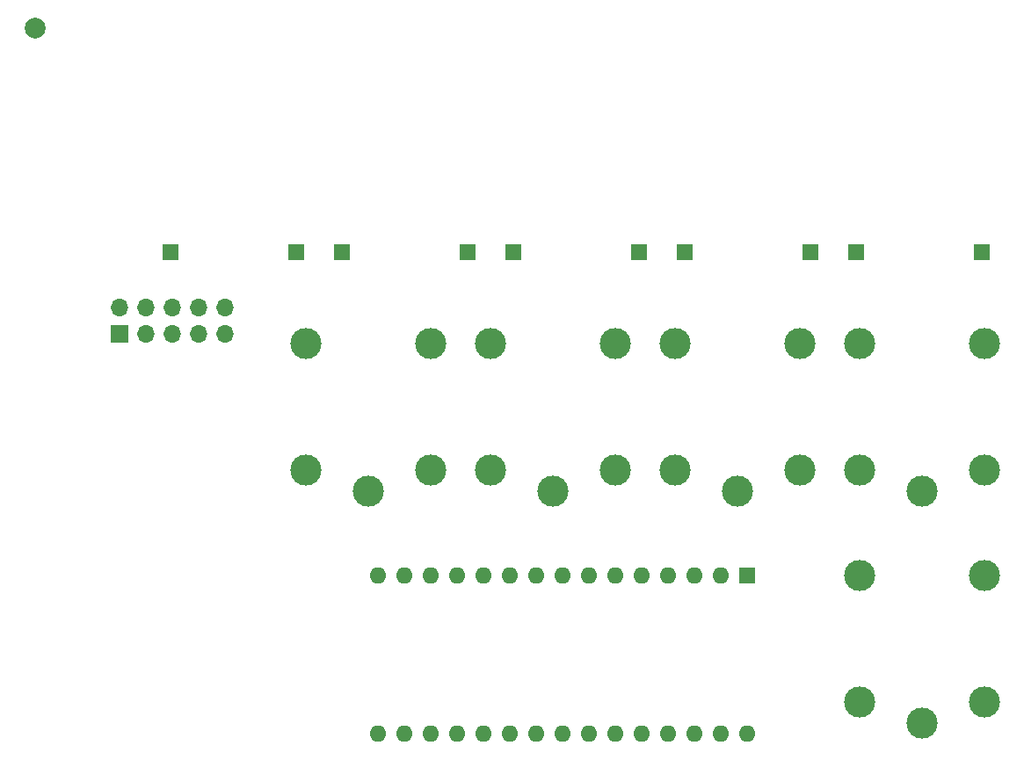
<source format=gbr>
%TF.GenerationSoftware,KiCad,Pcbnew,7.0.7*%
%TF.CreationDate,2023-09-19T13:24:36+02:00*%
%TF.ProjectId,PiFencePCB,50694665-6e63-4655-9043-422e6b696361,0.1*%
%TF.SameCoordinates,Original*%
%TF.FileFunction,Soldermask,Bot*%
%TF.FilePolarity,Negative*%
%FSLAX46Y46*%
G04 Gerber Fmt 4.6, Leading zero omitted, Abs format (unit mm)*
G04 Created by KiCad (PCBNEW 7.0.7) date 2023-09-19 13:24:36*
%MOMM*%
%LPD*%
G01*
G04 APERTURE LIST*
%ADD10R,1.700000X1.700000*%
%ADD11O,1.700000X1.700000*%
%ADD12R,1.524000X1.524000*%
%ADD13C,2.000000*%
%ADD14C,3.000000*%
%ADD15R,1.600000X1.600000*%
%ADD16O,1.600000X1.600000*%
G04 APERTURE END LIST*
D10*
%TO.C,J7*%
X119888000Y-82804000D03*
D11*
X119888000Y-80264000D03*
X122428000Y-82804000D03*
X122428000Y-80264000D03*
X124968000Y-82804000D03*
X124968000Y-80264000D03*
X127508000Y-82804000D03*
X127508000Y-80264000D03*
X130048000Y-82804000D03*
X130048000Y-80264000D03*
%TD*%
D12*
%TO.C,J6*%
X190881000Y-74930000D03*
X202946000Y-74930000D03*
%TD*%
%TO.C,J5*%
X174371000Y-74930000D03*
X186436000Y-74930000D03*
%TD*%
%TO.C,J4*%
X157861000Y-74930000D03*
X169926000Y-74930000D03*
%TD*%
%TO.C,J3*%
X141351000Y-74930000D03*
X153416000Y-74930000D03*
%TD*%
%TO.C,J2*%
X124841000Y-74930000D03*
X136906000Y-74930000D03*
%TD*%
D13*
%TO.C,J1*%
X111760000Y-53350000D03*
%TD*%
D14*
%TO.C,K5*%
X197200000Y-120310000D03*
X191200000Y-106110000D03*
X203200000Y-106110000D03*
X203200000Y-118310000D03*
X191200000Y-118310000D03*
%TD*%
%TO.C,K4*%
X197200000Y-97950000D03*
X191200000Y-83750000D03*
X203200000Y-83750000D03*
X203200000Y-95950000D03*
X191200000Y-95950000D03*
%TD*%
%TO.C,K3*%
X179420000Y-97950000D03*
X173420000Y-83750000D03*
X185420000Y-83750000D03*
X185420000Y-95950000D03*
X173420000Y-95950000D03*
%TD*%
%TO.C,K2*%
X161640000Y-97950000D03*
X155640000Y-83750000D03*
X167640000Y-83750000D03*
X167640000Y-95950000D03*
X155640000Y-95950000D03*
%TD*%
%TO.C,K1*%
X143860000Y-97950000D03*
X137860000Y-83750000D03*
X149860000Y-83750000D03*
X149860000Y-95950000D03*
X137860000Y-95950000D03*
%TD*%
D15*
%TO.C,A1*%
X180340000Y-106110000D03*
D16*
X177800000Y-106110000D03*
X175260000Y-106110000D03*
X172720000Y-106110000D03*
X170180000Y-106110000D03*
X167640000Y-106110000D03*
X165100000Y-106110000D03*
X162560000Y-106110000D03*
X160020000Y-106110000D03*
X157480000Y-106110000D03*
X154940000Y-106110000D03*
X152400000Y-106110000D03*
X149860000Y-106110000D03*
X147320000Y-106110000D03*
X144780000Y-106110000D03*
X144780000Y-121350000D03*
X147320000Y-121350000D03*
X149860000Y-121350000D03*
X152400000Y-121350000D03*
X154940000Y-121350000D03*
X157480000Y-121350000D03*
X160020000Y-121350000D03*
X162560000Y-121350000D03*
X165100000Y-121350000D03*
X167640000Y-121350000D03*
X170180000Y-121350000D03*
X172720000Y-121350000D03*
X175260000Y-121350000D03*
X177800000Y-121350000D03*
X180340000Y-121350000D03*
%TD*%
M02*

</source>
